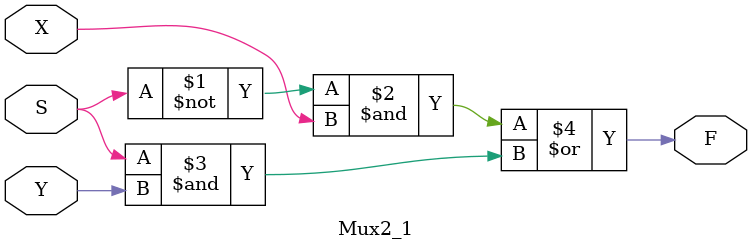
<source format=v>
/*Homework 2 Mux2_1 module by Ben Foster
 *TCES 330 4/23/14
 */
module Mux2_1(X, Y, S, F);
	input X, Y; //mux inputs
	input S; //selecting line
	output F; //output
	
	//2 to 1 mux equation
	assign F = (~S & X)|(S & Y);
	
endmodule

</source>
